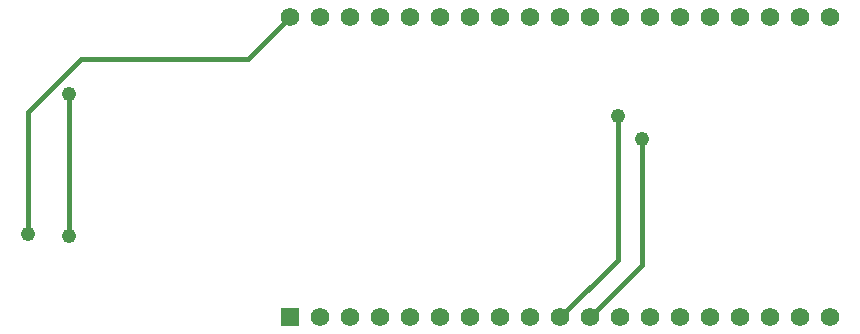
<source format=gbr>
G04 DesignSpark PCB Gerber Version 10.0 Build 5299*
G04 #@! TF.Part,Single*
G04 #@! TF.FileFunction,Copper,L2,Bot*
G04 #@! TF.FilePolarity,Positive*
%FSLAX35Y35*%
%MOIN*%
G04 #@! TA.AperFunction,WasherPad*
%ADD71R,0.06142X0.06142*%
G04 #@! TD.AperFunction*
%ADD16C,0.01500*%
G04 #@! TA.AperFunction,ViaPad*
%ADD17C,0.04800*%
G04 #@! TA.AperFunction,WasherPad*
%ADD70C,0.06142*%
G04 #@! TD.AperFunction*
X0Y0D02*
D02*
D16*
X78990Y32423D02*
Y73085D01*
X96707Y90801D01*
X152573D01*
X166549Y104778D01*
X92770Y78990D02*
Y31746D01*
X165565Y3793D02*
X166549Y4778D01*
X275841Y71793D02*
Y23872D01*
X275644D01*
X256549Y4778D01*
X283715Y63919D02*
Y21943D01*
X266549Y4778D01*
D02*
D17*
X78990Y32423D03*
X92770Y31746D03*
Y78990D03*
X275841Y71793D03*
X283715Y63919D03*
D02*
D70*
X166549Y104778D03*
X176549Y4778D03*
Y104778D03*
X186549Y4778D03*
Y104778D03*
X196549Y4778D03*
Y104778D03*
X206549Y4778D03*
Y104778D03*
X216549Y4778D03*
Y104778D03*
X226549Y4778D03*
Y104778D03*
X236549Y4778D03*
Y104778D03*
X246549Y4778D03*
Y104778D03*
X256549Y4778D03*
Y104778D03*
X266549Y4778D03*
Y104778D03*
X276549Y4778D03*
Y104778D03*
X286549Y4778D03*
Y104778D03*
X296549Y4778D03*
Y104778D03*
X306549Y4778D03*
Y104778D03*
X316549Y4778D03*
Y104778D03*
X326549Y4778D03*
Y104778D03*
X336549Y4778D03*
Y104778D03*
X346549Y4778D03*
Y104778D03*
D02*
D71*
X166549Y4778D03*
X0Y0D02*
M02*

</source>
